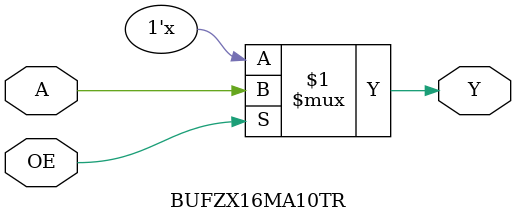
<source format=sv>
module BUFX2MA10TR (
    input   wire    A,
    output  wire    Y
);

assign Y = A;

endmodule

module BUFX16MA10TR (
    input   wire    A,
    output  wire    Y
);

assign Y = A;

endmodule

module BUFZX2MA10TR (
    input   wire    A,
    input   wire    OE,
    output  wire    Y
);

assign Y = OE ? A : 1'bz;

endmodule

module BUFZX16MA10TR (
    input   wire    A,
    input   wire    OE,
    output  wire    Y
);

assign Y = OE ? A : 1'bz;

endmodule
</source>
